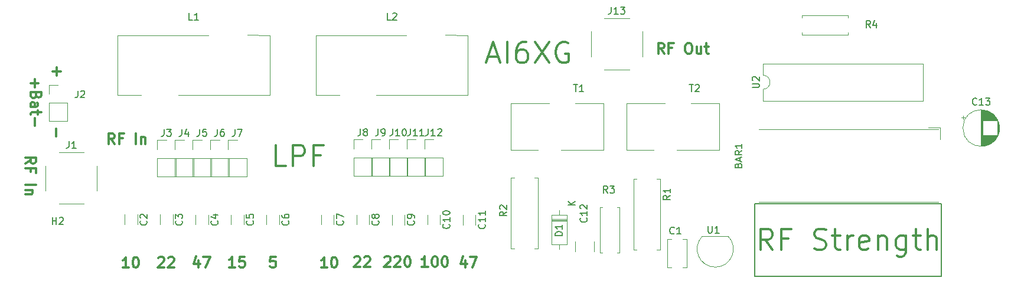
<source format=gbr>
%TF.GenerationSoftware,KiCad,Pcbnew,(6.0.7)*%
%TF.CreationDate,2022-09-09T12:51:11-07:00*%
%TF.ProjectId,12AQ5_lpf_rfout,31324151-355f-46c7-9066-5f72666f7574,rev?*%
%TF.SameCoordinates,Original*%
%TF.FileFunction,Legend,Top*%
%TF.FilePolarity,Positive*%
%FSLAX46Y46*%
G04 Gerber Fmt 4.6, Leading zero omitted, Abs format (unit mm)*
G04 Created by KiCad (PCBNEW (6.0.7)) date 2022-09-09 12:51:11*
%MOMM*%
%LPD*%
G01*
G04 APERTURE LIST*
%ADD10C,0.200000*%
%ADD11C,0.300000*%
%ADD12C,0.150000*%
%ADD13C,0.120000*%
G04 APERTURE END LIST*
D10*
X196275000Y-103650000D02*
X223075000Y-103650000D01*
X223075000Y-103650000D02*
X223075000Y-114100000D01*
X223075000Y-114100000D02*
X196275000Y-114100000D01*
X196275000Y-114100000D02*
X196275000Y-103650000D01*
D11*
X183307142Y-82128571D02*
X182807142Y-81414285D01*
X182450000Y-82128571D02*
X182450000Y-80628571D01*
X183021428Y-80628571D01*
X183164285Y-80700000D01*
X183235714Y-80771428D01*
X183307142Y-80914285D01*
X183307142Y-81128571D01*
X183235714Y-81271428D01*
X183164285Y-81342857D01*
X183021428Y-81414285D01*
X182450000Y-81414285D01*
X184450000Y-81342857D02*
X183950000Y-81342857D01*
X183950000Y-82128571D02*
X183950000Y-80628571D01*
X184664285Y-80628571D01*
X186664285Y-80628571D02*
X186950000Y-80628571D01*
X187092857Y-80700000D01*
X187235714Y-80842857D01*
X187307142Y-81128571D01*
X187307142Y-81628571D01*
X187235714Y-81914285D01*
X187092857Y-82057142D01*
X186950000Y-82128571D01*
X186664285Y-82128571D01*
X186521428Y-82057142D01*
X186378571Y-81914285D01*
X186307142Y-81628571D01*
X186307142Y-81128571D01*
X186378571Y-80842857D01*
X186521428Y-80700000D01*
X186664285Y-80628571D01*
X188592857Y-81128571D02*
X188592857Y-82128571D01*
X187950000Y-81128571D02*
X187950000Y-81914285D01*
X188021428Y-82057142D01*
X188164285Y-82128571D01*
X188378571Y-82128571D01*
X188521428Y-82057142D01*
X188592857Y-81985714D01*
X189092857Y-81128571D02*
X189664285Y-81128571D01*
X189307142Y-80628571D02*
X189307142Y-81914285D01*
X189378571Y-82057142D01*
X189521428Y-82128571D01*
X189664285Y-82128571D01*
X95628571Y-84707142D02*
X96771428Y-84707142D01*
X96200000Y-85278571D02*
X96200000Y-84135714D01*
X143212857Y-111371428D02*
X143284285Y-111300000D01*
X143427142Y-111228571D01*
X143784285Y-111228571D01*
X143927142Y-111300000D01*
X143998571Y-111371428D01*
X144070000Y-111514285D01*
X144070000Y-111657142D01*
X143998571Y-111871428D01*
X143141428Y-112728571D01*
X144070000Y-112728571D01*
X144641428Y-111371428D02*
X144712857Y-111300000D01*
X144855714Y-111228571D01*
X145212857Y-111228571D01*
X145355714Y-111300000D01*
X145427142Y-111371428D01*
X145498571Y-111514285D01*
X145498571Y-111657142D01*
X145427142Y-111871428D01*
X144570000Y-112728571D01*
X145498571Y-112728571D01*
X146427142Y-111228571D02*
X146570000Y-111228571D01*
X146712857Y-111300000D01*
X146784285Y-111371428D01*
X146855714Y-111514285D01*
X146927142Y-111800000D01*
X146927142Y-112157142D01*
X146855714Y-112442857D01*
X146784285Y-112585714D01*
X146712857Y-112657142D01*
X146570000Y-112728571D01*
X146427142Y-112728571D01*
X146284285Y-112657142D01*
X146212857Y-112585714D01*
X146141428Y-112442857D01*
X146070000Y-112157142D01*
X146070000Y-111800000D01*
X146141428Y-111514285D01*
X146212857Y-111371428D01*
X146284285Y-111300000D01*
X146427142Y-111228571D01*
X104514285Y-95078571D02*
X104014285Y-94364285D01*
X103657142Y-95078571D02*
X103657142Y-93578571D01*
X104228571Y-93578571D01*
X104371428Y-93650000D01*
X104442857Y-93721428D01*
X104514285Y-93864285D01*
X104514285Y-94078571D01*
X104442857Y-94221428D01*
X104371428Y-94292857D01*
X104228571Y-94364285D01*
X103657142Y-94364285D01*
X105657142Y-94292857D02*
X105157142Y-94292857D01*
X105157142Y-95078571D02*
X105157142Y-93578571D01*
X105871428Y-93578571D01*
X107585714Y-95078571D02*
X107585714Y-93578571D01*
X108300000Y-94078571D02*
X108300000Y-95078571D01*
X108300000Y-94221428D02*
X108371428Y-94150000D01*
X108514285Y-94078571D01*
X108728571Y-94078571D01*
X108871428Y-94150000D01*
X108942857Y-94292857D01*
X108942857Y-95078571D01*
X198821428Y-110257142D02*
X197821428Y-108828571D01*
X197107142Y-110257142D02*
X197107142Y-107257142D01*
X198250000Y-107257142D01*
X198535714Y-107400000D01*
X198678571Y-107542857D01*
X198821428Y-107828571D01*
X198821428Y-108257142D01*
X198678571Y-108542857D01*
X198535714Y-108685714D01*
X198250000Y-108828571D01*
X197107142Y-108828571D01*
X201107142Y-108685714D02*
X200107142Y-108685714D01*
X200107142Y-110257142D02*
X200107142Y-107257142D01*
X201535714Y-107257142D01*
X204821428Y-110114285D02*
X205250000Y-110257142D01*
X205964285Y-110257142D01*
X206250000Y-110114285D01*
X206392857Y-109971428D01*
X206535714Y-109685714D01*
X206535714Y-109400000D01*
X206392857Y-109114285D01*
X206250000Y-108971428D01*
X205964285Y-108828571D01*
X205392857Y-108685714D01*
X205107142Y-108542857D01*
X204964285Y-108400000D01*
X204821428Y-108114285D01*
X204821428Y-107828571D01*
X204964285Y-107542857D01*
X205107142Y-107400000D01*
X205392857Y-107257142D01*
X206107142Y-107257142D01*
X206535714Y-107400000D01*
X207392857Y-108257142D02*
X208535714Y-108257142D01*
X207821428Y-107257142D02*
X207821428Y-109828571D01*
X207964285Y-110114285D01*
X208250000Y-110257142D01*
X208535714Y-110257142D01*
X209535714Y-110257142D02*
X209535714Y-108257142D01*
X209535714Y-108828571D02*
X209678571Y-108542857D01*
X209821428Y-108400000D01*
X210107142Y-108257142D01*
X210392857Y-108257142D01*
X212535714Y-110114285D02*
X212250000Y-110257142D01*
X211678571Y-110257142D01*
X211392857Y-110114285D01*
X211250000Y-109828571D01*
X211250000Y-108685714D01*
X211392857Y-108400000D01*
X211678571Y-108257142D01*
X212250000Y-108257142D01*
X212535714Y-108400000D01*
X212678571Y-108685714D01*
X212678571Y-108971428D01*
X211250000Y-109257142D01*
X213964285Y-108257142D02*
X213964285Y-110257142D01*
X213964285Y-108542857D02*
X214107142Y-108400000D01*
X214392857Y-108257142D01*
X214821428Y-108257142D01*
X215107142Y-108400000D01*
X215250000Y-108685714D01*
X215250000Y-110257142D01*
X217964285Y-108257142D02*
X217964285Y-110685714D01*
X217821428Y-110971428D01*
X217678571Y-111114285D01*
X217392857Y-111257142D01*
X216964285Y-111257142D01*
X216678571Y-111114285D01*
X217964285Y-110114285D02*
X217678571Y-110257142D01*
X217107142Y-110257142D01*
X216821428Y-110114285D01*
X216678571Y-109971428D01*
X216535714Y-109685714D01*
X216535714Y-108828571D01*
X216678571Y-108542857D01*
X216821428Y-108400000D01*
X217107142Y-108257142D01*
X217678571Y-108257142D01*
X217964285Y-108400000D01*
X218964285Y-108257142D02*
X220107142Y-108257142D01*
X219392857Y-107257142D02*
X219392857Y-109828571D01*
X219535714Y-110114285D01*
X219821428Y-110257142D01*
X220107142Y-110257142D01*
X221107142Y-110257142D02*
X221107142Y-107257142D01*
X222392857Y-110257142D02*
X222392857Y-108685714D01*
X222250000Y-108400000D01*
X221964285Y-108257142D01*
X221535714Y-108257142D01*
X221250000Y-108400000D01*
X221107142Y-108542857D01*
X110777142Y-111421428D02*
X110848571Y-111350000D01*
X110991428Y-111278571D01*
X111348571Y-111278571D01*
X111491428Y-111350000D01*
X111562857Y-111421428D01*
X111634285Y-111564285D01*
X111634285Y-111707142D01*
X111562857Y-111921428D01*
X110705714Y-112778571D01*
X111634285Y-112778571D01*
X112205714Y-111421428D02*
X112277142Y-111350000D01*
X112420000Y-111278571D01*
X112777142Y-111278571D01*
X112920000Y-111350000D01*
X112991428Y-111421428D01*
X113062857Y-111564285D01*
X113062857Y-111707142D01*
X112991428Y-111921428D01*
X112134285Y-112778571D01*
X113062857Y-112778571D01*
X158064285Y-82600000D02*
X159492857Y-82600000D01*
X157778571Y-83457142D02*
X158778571Y-80457142D01*
X159778571Y-83457142D01*
X160778571Y-83457142D02*
X160778571Y-80457142D01*
X163492857Y-80457142D02*
X162921428Y-80457142D01*
X162635714Y-80600000D01*
X162492857Y-80742857D01*
X162207142Y-81171428D01*
X162064285Y-81742857D01*
X162064285Y-82885714D01*
X162207142Y-83171428D01*
X162350000Y-83314285D01*
X162635714Y-83457142D01*
X163207142Y-83457142D01*
X163492857Y-83314285D01*
X163635714Y-83171428D01*
X163778571Y-82885714D01*
X163778571Y-82171428D01*
X163635714Y-81885714D01*
X163492857Y-81742857D01*
X163207142Y-81600000D01*
X162635714Y-81600000D01*
X162350000Y-81742857D01*
X162207142Y-81885714D01*
X162064285Y-82171428D01*
X164778571Y-80457142D02*
X166778571Y-83457142D01*
X166778571Y-80457142D02*
X164778571Y-83457142D01*
X169492857Y-80600000D02*
X169207142Y-80457142D01*
X168778571Y-80457142D01*
X168350000Y-80600000D01*
X168064285Y-80885714D01*
X167921428Y-81171428D01*
X167778571Y-81742857D01*
X167778571Y-82171428D01*
X167921428Y-82742857D01*
X168064285Y-83028571D01*
X168350000Y-83314285D01*
X168778571Y-83457142D01*
X169064285Y-83457142D01*
X169492857Y-83314285D01*
X169635714Y-83171428D01*
X169635714Y-82171428D01*
X169064285Y-82171428D01*
X96142857Y-92878571D02*
X96142857Y-94021428D01*
X93042857Y-85792857D02*
X93042857Y-86935714D01*
X92471428Y-86364285D02*
X93614285Y-86364285D01*
X93257142Y-88150000D02*
X93185714Y-88364285D01*
X93114285Y-88435714D01*
X92971428Y-88507142D01*
X92757142Y-88507142D01*
X92614285Y-88435714D01*
X92542857Y-88364285D01*
X92471428Y-88221428D01*
X92471428Y-87650000D01*
X93971428Y-87650000D01*
X93971428Y-88150000D01*
X93900000Y-88292857D01*
X93828571Y-88364285D01*
X93685714Y-88435714D01*
X93542857Y-88435714D01*
X93400000Y-88364285D01*
X93328571Y-88292857D01*
X93257142Y-88150000D01*
X93257142Y-87650000D01*
X92471428Y-89792857D02*
X93257142Y-89792857D01*
X93400000Y-89721428D01*
X93471428Y-89578571D01*
X93471428Y-89292857D01*
X93400000Y-89150000D01*
X92542857Y-89792857D02*
X92471428Y-89650000D01*
X92471428Y-89292857D01*
X92542857Y-89150000D01*
X92685714Y-89078571D01*
X92828571Y-89078571D01*
X92971428Y-89150000D01*
X93042857Y-89292857D01*
X93042857Y-89650000D01*
X93114285Y-89792857D01*
X93471428Y-90292857D02*
X93471428Y-90864285D01*
X93971428Y-90507142D02*
X92685714Y-90507142D01*
X92542857Y-90578571D01*
X92471428Y-90721428D01*
X92471428Y-90864285D01*
X93042857Y-91364285D02*
X93042857Y-92507142D01*
X149420000Y-112728571D02*
X148562857Y-112728571D01*
X148991428Y-112728571D02*
X148991428Y-111228571D01*
X148848571Y-111442857D01*
X148705714Y-111585714D01*
X148562857Y-111657142D01*
X150348571Y-111228571D02*
X150491428Y-111228571D01*
X150634285Y-111300000D01*
X150705714Y-111371428D01*
X150777142Y-111514285D01*
X150848571Y-111800000D01*
X150848571Y-112157142D01*
X150777142Y-112442857D01*
X150705714Y-112585714D01*
X150634285Y-112657142D01*
X150491428Y-112728571D01*
X150348571Y-112728571D01*
X150205714Y-112657142D01*
X150134285Y-112585714D01*
X150062857Y-112442857D01*
X149991428Y-112157142D01*
X149991428Y-111800000D01*
X150062857Y-111514285D01*
X150134285Y-111371428D01*
X150205714Y-111300000D01*
X150348571Y-111228571D01*
X151777142Y-111228571D02*
X151920000Y-111228571D01*
X152062857Y-111300000D01*
X152134285Y-111371428D01*
X152205714Y-111514285D01*
X152277142Y-111800000D01*
X152277142Y-112157142D01*
X152205714Y-112442857D01*
X152134285Y-112585714D01*
X152062857Y-112657142D01*
X151920000Y-112728571D01*
X151777142Y-112728571D01*
X151634285Y-112657142D01*
X151562857Y-112585714D01*
X151491428Y-112442857D01*
X151420000Y-112157142D01*
X151420000Y-111800000D01*
X151491428Y-111514285D01*
X151562857Y-111371428D01*
X151634285Y-111300000D01*
X151777142Y-111228571D01*
X106534285Y-112828571D02*
X105677142Y-112828571D01*
X106105714Y-112828571D02*
X106105714Y-111328571D01*
X105962857Y-111542857D01*
X105820000Y-111685714D01*
X105677142Y-111757142D01*
X107462857Y-111328571D02*
X107605714Y-111328571D01*
X107748571Y-111400000D01*
X107820000Y-111471428D01*
X107891428Y-111614285D01*
X107962857Y-111900000D01*
X107962857Y-112257142D01*
X107891428Y-112542857D01*
X107820000Y-112685714D01*
X107748571Y-112757142D01*
X107605714Y-112828571D01*
X107462857Y-112828571D01*
X107320000Y-112757142D01*
X107248571Y-112685714D01*
X107177142Y-112542857D01*
X107105714Y-112257142D01*
X107105714Y-111900000D01*
X107177142Y-111614285D01*
X107248571Y-111471428D01*
X107320000Y-111400000D01*
X107462857Y-111328571D01*
X134984285Y-112828571D02*
X134127142Y-112828571D01*
X134555714Y-112828571D02*
X134555714Y-111328571D01*
X134412857Y-111542857D01*
X134270000Y-111685714D01*
X134127142Y-111757142D01*
X135912857Y-111328571D02*
X136055714Y-111328571D01*
X136198571Y-111400000D01*
X136270000Y-111471428D01*
X136341428Y-111614285D01*
X136412857Y-111900000D01*
X136412857Y-112257142D01*
X136341428Y-112542857D01*
X136270000Y-112685714D01*
X136198571Y-112757142D01*
X136055714Y-112828571D01*
X135912857Y-112828571D01*
X135770000Y-112757142D01*
X135698571Y-112685714D01*
X135627142Y-112542857D01*
X135555714Y-112257142D01*
X135555714Y-111900000D01*
X135627142Y-111614285D01*
X135698571Y-111471428D01*
X135770000Y-111400000D01*
X135912857Y-111328571D01*
X116541428Y-111778571D02*
X116541428Y-112778571D01*
X116184285Y-111207142D02*
X115827142Y-112278571D01*
X116755714Y-112278571D01*
X117184285Y-111278571D02*
X118184285Y-111278571D01*
X117541428Y-112778571D01*
X91721428Y-97914285D02*
X92435714Y-97414285D01*
X91721428Y-97057142D02*
X93221428Y-97057142D01*
X93221428Y-97628571D01*
X93150000Y-97771428D01*
X93078571Y-97842857D01*
X92935714Y-97914285D01*
X92721428Y-97914285D01*
X92578571Y-97842857D01*
X92507142Y-97771428D01*
X92435714Y-97628571D01*
X92435714Y-97057142D01*
X92507142Y-99057142D02*
X92507142Y-98557142D01*
X91721428Y-98557142D02*
X93221428Y-98557142D01*
X93221428Y-99271428D01*
X91721428Y-100985714D02*
X93221428Y-100985714D01*
X92721428Y-101700000D02*
X91721428Y-101700000D01*
X92578571Y-101700000D02*
X92650000Y-101771428D01*
X92721428Y-101914285D01*
X92721428Y-102128571D01*
X92650000Y-102271428D01*
X92507142Y-102342857D01*
X91721428Y-102342857D01*
X121784285Y-112778571D02*
X120927142Y-112778571D01*
X121355714Y-112778571D02*
X121355714Y-111278571D01*
X121212857Y-111492857D01*
X121070000Y-111635714D01*
X120927142Y-111707142D01*
X123141428Y-111278571D02*
X122427142Y-111278571D01*
X122355714Y-111992857D01*
X122427142Y-111921428D01*
X122570000Y-111850000D01*
X122927142Y-111850000D01*
X123070000Y-111921428D01*
X123141428Y-111992857D01*
X123212857Y-112135714D01*
X123212857Y-112492857D01*
X123141428Y-112635714D01*
X123070000Y-112707142D01*
X122927142Y-112778571D01*
X122570000Y-112778571D01*
X122427142Y-112707142D01*
X122355714Y-112635714D01*
X127577142Y-111278571D02*
X126862857Y-111278571D01*
X126791428Y-111992857D01*
X126862857Y-111921428D01*
X127005714Y-111850000D01*
X127362857Y-111850000D01*
X127505714Y-111921428D01*
X127577142Y-111992857D01*
X127648571Y-112135714D01*
X127648571Y-112492857D01*
X127577142Y-112635714D01*
X127505714Y-112707142D01*
X127362857Y-112778571D01*
X127005714Y-112778571D01*
X126862857Y-112707142D01*
X126791428Y-112635714D01*
X129042857Y-98257142D02*
X127614285Y-98257142D01*
X127614285Y-95257142D01*
X130042857Y-98257142D02*
X130042857Y-95257142D01*
X131185714Y-95257142D01*
X131471428Y-95400000D01*
X131614285Y-95542857D01*
X131757142Y-95828571D01*
X131757142Y-96257142D01*
X131614285Y-96542857D01*
X131471428Y-96685714D01*
X131185714Y-96828571D01*
X130042857Y-96828571D01*
X134042857Y-96685714D02*
X133042857Y-96685714D01*
X133042857Y-98257142D02*
X133042857Y-95257142D01*
X134471428Y-95257142D01*
X154791428Y-111778571D02*
X154791428Y-112778571D01*
X154434285Y-111207142D02*
X154077142Y-112278571D01*
X155005714Y-112278571D01*
X155434285Y-111278571D02*
X156434285Y-111278571D01*
X155791428Y-112778571D01*
X138877142Y-111371428D02*
X138948571Y-111300000D01*
X139091428Y-111228571D01*
X139448571Y-111228571D01*
X139591428Y-111300000D01*
X139662857Y-111371428D01*
X139734285Y-111514285D01*
X139734285Y-111657142D01*
X139662857Y-111871428D01*
X138805714Y-112728571D01*
X139734285Y-112728571D01*
X140305714Y-111371428D02*
X140377142Y-111300000D01*
X140520000Y-111228571D01*
X140877142Y-111228571D01*
X141020000Y-111300000D01*
X141091428Y-111371428D01*
X141162857Y-111514285D01*
X141162857Y-111657142D01*
X141091428Y-111871428D01*
X140234285Y-112728571D01*
X141162857Y-112728571D01*
D12*
%TO.C,C2*%
X109059942Y-106099866D02*
X109107561Y-106147485D01*
X109155180Y-106290342D01*
X109155180Y-106385580D01*
X109107561Y-106528438D01*
X109012323Y-106623676D01*
X108917085Y-106671295D01*
X108726609Y-106718914D01*
X108583752Y-106718914D01*
X108393276Y-106671295D01*
X108298038Y-106623676D01*
X108202800Y-106528438D01*
X108155180Y-106385580D01*
X108155180Y-106290342D01*
X108202800Y-106147485D01*
X108250419Y-106099866D01*
X108250419Y-105718914D02*
X108202800Y-105671295D01*
X108155180Y-105576057D01*
X108155180Y-105337961D01*
X108202800Y-105242723D01*
X108250419Y-105195104D01*
X108345657Y-105147485D01*
X108440895Y-105147485D01*
X108583752Y-105195104D01*
X109155180Y-105766533D01*
X109155180Y-105147485D01*
%TO.C,C3*%
X114139942Y-106099866D02*
X114187561Y-106147485D01*
X114235180Y-106290342D01*
X114235180Y-106385580D01*
X114187561Y-106528438D01*
X114092323Y-106623676D01*
X113997085Y-106671295D01*
X113806609Y-106718914D01*
X113663752Y-106718914D01*
X113473276Y-106671295D01*
X113378038Y-106623676D01*
X113282800Y-106528438D01*
X113235180Y-106385580D01*
X113235180Y-106290342D01*
X113282800Y-106147485D01*
X113330419Y-106099866D01*
X113235180Y-105766533D02*
X113235180Y-105147485D01*
X113616133Y-105480819D01*
X113616133Y-105337961D01*
X113663752Y-105242723D01*
X113711371Y-105195104D01*
X113806609Y-105147485D01*
X114044704Y-105147485D01*
X114139942Y-105195104D01*
X114187561Y-105242723D01*
X114235180Y-105337961D01*
X114235180Y-105623676D01*
X114187561Y-105718914D01*
X114139942Y-105766533D01*
%TO.C,J9*%
X142296666Y-92922380D02*
X142296666Y-93636666D01*
X142249047Y-93779523D01*
X142153809Y-93874761D01*
X142010952Y-93922380D01*
X141915714Y-93922380D01*
X142820476Y-93922380D02*
X143010952Y-93922380D01*
X143106190Y-93874761D01*
X143153809Y-93827142D01*
X143249047Y-93684285D01*
X143296666Y-93493809D01*
X143296666Y-93112857D01*
X143249047Y-93017619D01*
X143201428Y-92970000D01*
X143106190Y-92922380D01*
X142915714Y-92922380D01*
X142820476Y-92970000D01*
X142772857Y-93017619D01*
X142725238Y-93112857D01*
X142725238Y-93350952D01*
X142772857Y-93446190D01*
X142820476Y-93493809D01*
X142915714Y-93541428D01*
X143106190Y-93541428D01*
X143201428Y-93493809D01*
X143249047Y-93446190D01*
X143296666Y-93350952D01*
%TO.C,U1*%
X189588095Y-106852380D02*
X189588095Y-107661904D01*
X189635714Y-107757142D01*
X189683333Y-107804761D01*
X189778571Y-107852380D01*
X189969047Y-107852380D01*
X190064285Y-107804761D01*
X190111904Y-107757142D01*
X190159523Y-107661904D01*
X190159523Y-106852380D01*
X191159523Y-107852380D02*
X190588095Y-107852380D01*
X190873809Y-107852380D02*
X190873809Y-106852380D01*
X190778571Y-106995238D01*
X190683333Y-107090476D01*
X190588095Y-107138095D01*
%TO.C,C13*%
X228102030Y-89407142D02*
X228054411Y-89454761D01*
X227911554Y-89502380D01*
X227816316Y-89502380D01*
X227673459Y-89454761D01*
X227578221Y-89359523D01*
X227530602Y-89264285D01*
X227482983Y-89073809D01*
X227482983Y-88930952D01*
X227530602Y-88740476D01*
X227578221Y-88645238D01*
X227673459Y-88550000D01*
X227816316Y-88502380D01*
X227911554Y-88502380D01*
X228054411Y-88550000D01*
X228102030Y-88597619D01*
X229054411Y-89502380D02*
X228482983Y-89502380D01*
X228768697Y-89502380D02*
X228768697Y-88502380D01*
X228673459Y-88645238D01*
X228578221Y-88740476D01*
X228482983Y-88788095D01*
X229387745Y-88502380D02*
X230006792Y-88502380D01*
X229673459Y-88883333D01*
X229816316Y-88883333D01*
X229911554Y-88930952D01*
X229959173Y-88978571D01*
X230006792Y-89073809D01*
X230006792Y-89311904D01*
X229959173Y-89407142D01*
X229911554Y-89454761D01*
X229816316Y-89502380D01*
X229530602Y-89502380D01*
X229435364Y-89454761D01*
X229387745Y-89407142D01*
%TO.C,C10*%
X152457142Y-106592857D02*
X152504761Y-106640476D01*
X152552380Y-106783333D01*
X152552380Y-106878571D01*
X152504761Y-107021428D01*
X152409523Y-107116666D01*
X152314285Y-107164285D01*
X152123809Y-107211904D01*
X151980952Y-107211904D01*
X151790476Y-107164285D01*
X151695238Y-107116666D01*
X151600000Y-107021428D01*
X151552380Y-106878571D01*
X151552380Y-106783333D01*
X151600000Y-106640476D01*
X151647619Y-106592857D01*
X152552380Y-105640476D02*
X152552380Y-106211904D01*
X152552380Y-105926190D02*
X151552380Y-105926190D01*
X151695238Y-106021428D01*
X151790476Y-106116666D01*
X151838095Y-106211904D01*
X151552380Y-105021428D02*
X151552380Y-104926190D01*
X151600000Y-104830952D01*
X151647619Y-104783333D01*
X151742857Y-104735714D01*
X151933333Y-104688095D01*
X152171428Y-104688095D01*
X152361904Y-104735714D01*
X152457142Y-104783333D01*
X152504761Y-104830952D01*
X152552380Y-104926190D01*
X152552380Y-105021428D01*
X152504761Y-105116666D01*
X152457142Y-105164285D01*
X152361904Y-105211904D01*
X152171428Y-105259523D01*
X151933333Y-105259523D01*
X151742857Y-105211904D01*
X151647619Y-105164285D01*
X151600000Y-105116666D01*
X151552380Y-105021428D01*
%TO.C,J6*%
X119226666Y-92972380D02*
X119226666Y-93686666D01*
X119179047Y-93829523D01*
X119083809Y-93924761D01*
X118940952Y-93972380D01*
X118845714Y-93972380D01*
X120131428Y-92972380D02*
X119940952Y-92972380D01*
X119845714Y-93020000D01*
X119798095Y-93067619D01*
X119702857Y-93210476D01*
X119655238Y-93400952D01*
X119655238Y-93781904D01*
X119702857Y-93877142D01*
X119750476Y-93924761D01*
X119845714Y-93972380D01*
X120036190Y-93972380D01*
X120131428Y-93924761D01*
X120179047Y-93877142D01*
X120226666Y-93781904D01*
X120226666Y-93543809D01*
X120179047Y-93448571D01*
X120131428Y-93400952D01*
X120036190Y-93353333D01*
X119845714Y-93353333D01*
X119750476Y-93400952D01*
X119702857Y-93448571D01*
X119655238Y-93543809D01*
%TO.C,J5*%
X116686666Y-92972380D02*
X116686666Y-93686666D01*
X116639047Y-93829523D01*
X116543809Y-93924761D01*
X116400952Y-93972380D01*
X116305714Y-93972380D01*
X117639047Y-92972380D02*
X117162857Y-92972380D01*
X117115238Y-93448571D01*
X117162857Y-93400952D01*
X117258095Y-93353333D01*
X117496190Y-93353333D01*
X117591428Y-93400952D01*
X117639047Y-93448571D01*
X117686666Y-93543809D01*
X117686666Y-93781904D01*
X117639047Y-93877142D01*
X117591428Y-93924761D01*
X117496190Y-93972380D01*
X117258095Y-93972380D01*
X117162857Y-93924761D01*
X117115238Y-93877142D01*
%TO.C,J7*%
X121766666Y-92972380D02*
X121766666Y-93686666D01*
X121719047Y-93829523D01*
X121623809Y-93924761D01*
X121480952Y-93972380D01*
X121385714Y-93972380D01*
X122147619Y-92972380D02*
X122814285Y-92972380D01*
X122385714Y-93972380D01*
%TO.C,R4*%
X212843333Y-78402380D02*
X212510000Y-77926190D01*
X212271904Y-78402380D02*
X212271904Y-77402380D01*
X212652857Y-77402380D01*
X212748095Y-77450000D01*
X212795714Y-77497619D01*
X212843333Y-77592857D01*
X212843333Y-77735714D01*
X212795714Y-77830952D01*
X212748095Y-77878571D01*
X212652857Y-77926190D01*
X212271904Y-77926190D01*
X213700476Y-77735714D02*
X213700476Y-78402380D01*
X213462380Y-77354761D02*
X213224285Y-78069047D01*
X213843333Y-78069047D01*
%TO.C,T1*%
X170312295Y-86585380D02*
X170883723Y-86585380D01*
X170598009Y-87585380D02*
X170598009Y-86585380D01*
X171740866Y-87585380D02*
X171169438Y-87585380D01*
X171455152Y-87585380D02*
X171455152Y-86585380D01*
X171359914Y-86728238D01*
X171264676Y-86823476D01*
X171169438Y-86871095D01*
%TO.C,C11*%
X157562642Y-106601757D02*
X157610261Y-106649376D01*
X157657880Y-106792233D01*
X157657880Y-106887471D01*
X157610261Y-107030328D01*
X157515023Y-107125566D01*
X157419785Y-107173185D01*
X157229309Y-107220804D01*
X157086452Y-107220804D01*
X156895976Y-107173185D01*
X156800738Y-107125566D01*
X156705500Y-107030328D01*
X156657880Y-106887471D01*
X156657880Y-106792233D01*
X156705500Y-106649376D01*
X156753119Y-106601757D01*
X157657880Y-105649376D02*
X157657880Y-106220804D01*
X157657880Y-105935090D02*
X156657880Y-105935090D01*
X156800738Y-106030328D01*
X156895976Y-106125566D01*
X156943595Y-106220804D01*
X157657880Y-104696995D02*
X157657880Y-105268423D01*
X157657880Y-104982709D02*
X156657880Y-104982709D01*
X156800738Y-105077947D01*
X156895976Y-105173185D01*
X156943595Y-105268423D01*
%TO.C,R3*%
X175183333Y-102102380D02*
X174850000Y-101626190D01*
X174611904Y-102102380D02*
X174611904Y-101102380D01*
X174992857Y-101102380D01*
X175088095Y-101150000D01*
X175135714Y-101197619D01*
X175183333Y-101292857D01*
X175183333Y-101435714D01*
X175135714Y-101530952D01*
X175088095Y-101578571D01*
X174992857Y-101626190D01*
X174611904Y-101626190D01*
X175516666Y-101102380D02*
X176135714Y-101102380D01*
X175802380Y-101483333D01*
X175945238Y-101483333D01*
X176040476Y-101530952D01*
X176088095Y-101578571D01*
X176135714Y-101673809D01*
X176135714Y-101911904D01*
X176088095Y-102007142D01*
X176040476Y-102054761D01*
X175945238Y-102102380D01*
X175659523Y-102102380D01*
X175564285Y-102054761D01*
X175516666Y-102007142D01*
%TO.C,C7*%
X137217142Y-106116666D02*
X137264761Y-106164285D01*
X137312380Y-106307142D01*
X137312380Y-106402380D01*
X137264761Y-106545238D01*
X137169523Y-106640476D01*
X137074285Y-106688095D01*
X136883809Y-106735714D01*
X136740952Y-106735714D01*
X136550476Y-106688095D01*
X136455238Y-106640476D01*
X136360000Y-106545238D01*
X136312380Y-106402380D01*
X136312380Y-106307142D01*
X136360000Y-106164285D01*
X136407619Y-106116666D01*
X136312380Y-105783333D02*
X136312380Y-105116666D01*
X137312380Y-105545238D01*
%TO.C,J2*%
X99216666Y-87452380D02*
X99216666Y-88166666D01*
X99169047Y-88309523D01*
X99073809Y-88404761D01*
X98930952Y-88452380D01*
X98835714Y-88452380D01*
X99645238Y-87547619D02*
X99692857Y-87500000D01*
X99788095Y-87452380D01*
X100026190Y-87452380D01*
X100121428Y-87500000D01*
X100169047Y-87547619D01*
X100216666Y-87642857D01*
X100216666Y-87738095D01*
X100169047Y-87880952D01*
X99597619Y-88452380D01*
X100216666Y-88452380D01*
%TO.C,D1*%
X168702380Y-108238095D02*
X167702380Y-108238095D01*
X167702380Y-108000000D01*
X167750000Y-107857142D01*
X167845238Y-107761904D01*
X167940476Y-107714285D01*
X168130952Y-107666666D01*
X168273809Y-107666666D01*
X168464285Y-107714285D01*
X168559523Y-107761904D01*
X168654761Y-107857142D01*
X168702380Y-108000000D01*
X168702380Y-108238095D01*
X168702380Y-106714285D02*
X168702380Y-107285714D01*
X168702380Y-107000000D02*
X167702380Y-107000000D01*
X167845238Y-107095238D01*
X167940476Y-107190476D01*
X167988095Y-107285714D01*
X170502380Y-103851904D02*
X169502380Y-103851904D01*
X170502380Y-103280476D02*
X169930952Y-103709047D01*
X169502380Y-103280476D02*
X170073809Y-103851904D01*
%TO.C,T2*%
X186912295Y-86585380D02*
X187483723Y-86585380D01*
X187198009Y-87585380D02*
X187198009Y-86585380D01*
X187769438Y-86680619D02*
X187817057Y-86633000D01*
X187912295Y-86585380D01*
X188150390Y-86585380D01*
X188245628Y-86633000D01*
X188293247Y-86680619D01*
X188340866Y-86775857D01*
X188340866Y-86871095D01*
X188293247Y-87013952D01*
X187721819Y-87585380D01*
X188340866Y-87585380D01*
%TO.C,U2*%
X195922380Y-87001904D02*
X196731904Y-87001904D01*
X196827142Y-86954285D01*
X196874761Y-86906666D01*
X196922380Y-86811428D01*
X196922380Y-86620952D01*
X196874761Y-86525714D01*
X196827142Y-86478095D01*
X196731904Y-86430476D01*
X195922380Y-86430476D01*
X196017619Y-86001904D02*
X195970000Y-85954285D01*
X195922380Y-85859047D01*
X195922380Y-85620952D01*
X195970000Y-85525714D01*
X196017619Y-85478095D01*
X196112857Y-85430476D01*
X196208095Y-85430476D01*
X196350952Y-85478095D01*
X196922380Y-86049523D01*
X196922380Y-85430476D01*
%TO.C,L1*%
X115683333Y-77307380D02*
X115207142Y-77307380D01*
X115207142Y-76307380D01*
X116540476Y-77307380D02*
X115969047Y-77307380D01*
X116254761Y-77307380D02*
X116254761Y-76307380D01*
X116159523Y-76450238D01*
X116064285Y-76545476D01*
X115969047Y-76593095D01*
%TO.C,C8*%
X142297142Y-106116666D02*
X142344761Y-106164285D01*
X142392380Y-106307142D01*
X142392380Y-106402380D01*
X142344761Y-106545238D01*
X142249523Y-106640476D01*
X142154285Y-106688095D01*
X141963809Y-106735714D01*
X141820952Y-106735714D01*
X141630476Y-106688095D01*
X141535238Y-106640476D01*
X141440000Y-106545238D01*
X141392380Y-106402380D01*
X141392380Y-106307142D01*
X141440000Y-106164285D01*
X141487619Y-106116666D01*
X141820952Y-105545238D02*
X141773333Y-105640476D01*
X141725714Y-105688095D01*
X141630476Y-105735714D01*
X141582857Y-105735714D01*
X141487619Y-105688095D01*
X141440000Y-105640476D01*
X141392380Y-105545238D01*
X141392380Y-105354761D01*
X141440000Y-105259523D01*
X141487619Y-105211904D01*
X141582857Y-105164285D01*
X141630476Y-105164285D01*
X141725714Y-105211904D01*
X141773333Y-105259523D01*
X141820952Y-105354761D01*
X141820952Y-105545238D01*
X141868571Y-105640476D01*
X141916190Y-105688095D01*
X142011428Y-105735714D01*
X142201904Y-105735714D01*
X142297142Y-105688095D01*
X142344761Y-105640476D01*
X142392380Y-105545238D01*
X142392380Y-105354761D01*
X142344761Y-105259523D01*
X142297142Y-105211904D01*
X142201904Y-105164285D01*
X142011428Y-105164285D01*
X141916190Y-105211904D01*
X141868571Y-105259523D01*
X141820952Y-105354761D01*
%TO.C,C4*%
X119227142Y-106116666D02*
X119274761Y-106164285D01*
X119322380Y-106307142D01*
X119322380Y-106402380D01*
X119274761Y-106545238D01*
X119179523Y-106640476D01*
X119084285Y-106688095D01*
X118893809Y-106735714D01*
X118750952Y-106735714D01*
X118560476Y-106688095D01*
X118465238Y-106640476D01*
X118370000Y-106545238D01*
X118322380Y-106402380D01*
X118322380Y-106307142D01*
X118370000Y-106164285D01*
X118417619Y-106116666D01*
X118655714Y-105259523D02*
X119322380Y-105259523D01*
X118274761Y-105497619D02*
X118989047Y-105735714D01*
X118989047Y-105116666D01*
%TO.C,H2*%
X95588095Y-106602380D02*
X95588095Y-105602380D01*
X95588095Y-106078571D02*
X96159523Y-106078571D01*
X96159523Y-106602380D02*
X96159523Y-105602380D01*
X96588095Y-105697619D02*
X96635714Y-105650000D01*
X96730952Y-105602380D01*
X96969047Y-105602380D01*
X97064285Y-105650000D01*
X97111904Y-105697619D01*
X97159523Y-105792857D01*
X97159523Y-105888095D01*
X97111904Y-106030952D01*
X96540476Y-106602380D01*
X97159523Y-106602380D01*
%TO.C,C12*%
X172157142Y-105692857D02*
X172204761Y-105740476D01*
X172252380Y-105883333D01*
X172252380Y-105978571D01*
X172204761Y-106121428D01*
X172109523Y-106216666D01*
X172014285Y-106264285D01*
X171823809Y-106311904D01*
X171680952Y-106311904D01*
X171490476Y-106264285D01*
X171395238Y-106216666D01*
X171300000Y-106121428D01*
X171252380Y-105978571D01*
X171252380Y-105883333D01*
X171300000Y-105740476D01*
X171347619Y-105692857D01*
X172252380Y-104740476D02*
X172252380Y-105311904D01*
X172252380Y-105026190D02*
X171252380Y-105026190D01*
X171395238Y-105121428D01*
X171490476Y-105216666D01*
X171538095Y-105311904D01*
X171347619Y-104359523D02*
X171300000Y-104311904D01*
X171252380Y-104216666D01*
X171252380Y-103978571D01*
X171300000Y-103883333D01*
X171347619Y-103835714D01*
X171442857Y-103788095D01*
X171538095Y-103788095D01*
X171680952Y-103835714D01*
X172252380Y-104407142D01*
X172252380Y-103788095D01*
%TO.C,L2*%
X144083333Y-77307380D02*
X143607142Y-77307380D01*
X143607142Y-76307380D01*
X144369047Y-76402619D02*
X144416666Y-76355000D01*
X144511904Y-76307380D01*
X144750000Y-76307380D01*
X144845238Y-76355000D01*
X144892857Y-76402619D01*
X144940476Y-76497857D01*
X144940476Y-76593095D01*
X144892857Y-76735952D01*
X144321428Y-77307380D01*
X144940476Y-77307380D01*
%TO.C,J8*%
X139756666Y-92922380D02*
X139756666Y-93636666D01*
X139709047Y-93779523D01*
X139613809Y-93874761D01*
X139470952Y-93922380D01*
X139375714Y-93922380D01*
X140375714Y-93350952D02*
X140280476Y-93303333D01*
X140232857Y-93255714D01*
X140185238Y-93160476D01*
X140185238Y-93112857D01*
X140232857Y-93017619D01*
X140280476Y-92970000D01*
X140375714Y-92922380D01*
X140566190Y-92922380D01*
X140661428Y-92970000D01*
X140709047Y-93017619D01*
X140756666Y-93112857D01*
X140756666Y-93160476D01*
X140709047Y-93255714D01*
X140661428Y-93303333D01*
X140566190Y-93350952D01*
X140375714Y-93350952D01*
X140280476Y-93398571D01*
X140232857Y-93446190D01*
X140185238Y-93541428D01*
X140185238Y-93731904D01*
X140232857Y-93827142D01*
X140280476Y-93874761D01*
X140375714Y-93922380D01*
X140566190Y-93922380D01*
X140661428Y-93874761D01*
X140709047Y-93827142D01*
X140756666Y-93731904D01*
X140756666Y-93541428D01*
X140709047Y-93446190D01*
X140661428Y-93398571D01*
X140566190Y-93350952D01*
%TO.C,J4*%
X114146666Y-92972380D02*
X114146666Y-93686666D01*
X114099047Y-93829523D01*
X114003809Y-93924761D01*
X113860952Y-93972380D01*
X113765714Y-93972380D01*
X115051428Y-93305714D02*
X115051428Y-93972380D01*
X114813333Y-92924761D02*
X114575238Y-93639047D01*
X115194285Y-93639047D01*
%TO.C,J13*%
X175690476Y-75452380D02*
X175690476Y-76166666D01*
X175642857Y-76309523D01*
X175547619Y-76404761D01*
X175404761Y-76452380D01*
X175309523Y-76452380D01*
X176690476Y-76452380D02*
X176119047Y-76452380D01*
X176404761Y-76452380D02*
X176404761Y-75452380D01*
X176309523Y-75595238D01*
X176214285Y-75690476D01*
X176119047Y-75738095D01*
X177023809Y-75452380D02*
X177642857Y-75452380D01*
X177309523Y-75833333D01*
X177452380Y-75833333D01*
X177547619Y-75880952D01*
X177595238Y-75928571D01*
X177642857Y-76023809D01*
X177642857Y-76261904D01*
X177595238Y-76357142D01*
X177547619Y-76404761D01*
X177452380Y-76452380D01*
X177166666Y-76452380D01*
X177071428Y-76404761D01*
X177023809Y-76357142D01*
%TO.C,C5*%
X124307142Y-106106666D02*
X124354761Y-106154285D01*
X124402380Y-106297142D01*
X124402380Y-106392380D01*
X124354761Y-106535238D01*
X124259523Y-106630476D01*
X124164285Y-106678095D01*
X123973809Y-106725714D01*
X123830952Y-106725714D01*
X123640476Y-106678095D01*
X123545238Y-106630476D01*
X123450000Y-106535238D01*
X123402380Y-106392380D01*
X123402380Y-106297142D01*
X123450000Y-106154285D01*
X123497619Y-106106666D01*
X123402380Y-105201904D02*
X123402380Y-105678095D01*
X123878571Y-105725714D01*
X123830952Y-105678095D01*
X123783333Y-105582857D01*
X123783333Y-105344761D01*
X123830952Y-105249523D01*
X123878571Y-105201904D01*
X123973809Y-105154285D01*
X124211904Y-105154285D01*
X124307142Y-105201904D01*
X124354761Y-105249523D01*
X124402380Y-105344761D01*
X124402380Y-105582857D01*
X124354761Y-105678095D01*
X124307142Y-105725714D01*
%TO.C,J12*%
X149440476Y-92922380D02*
X149440476Y-93636666D01*
X149392857Y-93779523D01*
X149297619Y-93874761D01*
X149154761Y-93922380D01*
X149059523Y-93922380D01*
X150440476Y-93922380D02*
X149869047Y-93922380D01*
X150154761Y-93922380D02*
X150154761Y-92922380D01*
X150059523Y-93065238D01*
X149964285Y-93160476D01*
X149869047Y-93208095D01*
X150821428Y-93017619D02*
X150869047Y-92970000D01*
X150964285Y-92922380D01*
X151202380Y-92922380D01*
X151297619Y-92970000D01*
X151345238Y-93017619D01*
X151392857Y-93112857D01*
X151392857Y-93208095D01*
X151345238Y-93350952D01*
X150773809Y-93922380D01*
X151392857Y-93922380D01*
%TO.C,BAR1*%
X193928571Y-98133333D02*
X193976190Y-97990476D01*
X194023809Y-97942857D01*
X194119047Y-97895238D01*
X194261904Y-97895238D01*
X194357142Y-97942857D01*
X194404761Y-97990476D01*
X194452380Y-98085714D01*
X194452380Y-98466666D01*
X193452380Y-98466666D01*
X193452380Y-98133333D01*
X193500000Y-98038095D01*
X193547619Y-97990476D01*
X193642857Y-97942857D01*
X193738095Y-97942857D01*
X193833333Y-97990476D01*
X193880952Y-98038095D01*
X193928571Y-98133333D01*
X193928571Y-98466666D01*
X194166666Y-97514285D02*
X194166666Y-97038095D01*
X194452380Y-97609523D02*
X193452380Y-97276190D01*
X194452380Y-96942857D01*
X194452380Y-96038095D02*
X193976190Y-96371428D01*
X194452380Y-96609523D02*
X193452380Y-96609523D01*
X193452380Y-96228571D01*
X193500000Y-96133333D01*
X193547619Y-96085714D01*
X193642857Y-96038095D01*
X193785714Y-96038095D01*
X193880952Y-96085714D01*
X193928571Y-96133333D01*
X193976190Y-96228571D01*
X193976190Y-96609523D01*
X194452380Y-95085714D02*
X194452380Y-95657142D01*
X194452380Y-95371428D02*
X193452380Y-95371428D01*
X193595238Y-95466666D01*
X193690476Y-95561904D01*
X193738095Y-95657142D01*
%TO.C,R2*%
X160702380Y-104816666D02*
X160226190Y-105150000D01*
X160702380Y-105388095D02*
X159702380Y-105388095D01*
X159702380Y-105007142D01*
X159750000Y-104911904D01*
X159797619Y-104864285D01*
X159892857Y-104816666D01*
X160035714Y-104816666D01*
X160130952Y-104864285D01*
X160178571Y-104911904D01*
X160226190Y-105007142D01*
X160226190Y-105388095D01*
X159797619Y-104435714D02*
X159750000Y-104388095D01*
X159702380Y-104292857D01*
X159702380Y-104054761D01*
X159750000Y-103959523D01*
X159797619Y-103911904D01*
X159892857Y-103864285D01*
X159988095Y-103864285D01*
X160130952Y-103911904D01*
X160702380Y-104483333D01*
X160702380Y-103864285D01*
%TO.C,J1*%
X97966666Y-94702380D02*
X97966666Y-95416666D01*
X97919047Y-95559523D01*
X97823809Y-95654761D01*
X97680952Y-95702380D01*
X97585714Y-95702380D01*
X98966666Y-95702380D02*
X98395238Y-95702380D01*
X98680952Y-95702380D02*
X98680952Y-94702380D01*
X98585714Y-94845238D01*
X98490476Y-94940476D01*
X98395238Y-94988095D01*
%TO.C,C9*%
X147377142Y-106125566D02*
X147424761Y-106173185D01*
X147472380Y-106316042D01*
X147472380Y-106411280D01*
X147424761Y-106554138D01*
X147329523Y-106649376D01*
X147234285Y-106696995D01*
X147043809Y-106744614D01*
X146900952Y-106744614D01*
X146710476Y-106696995D01*
X146615238Y-106649376D01*
X146520000Y-106554138D01*
X146472380Y-106411280D01*
X146472380Y-106316042D01*
X146520000Y-106173185D01*
X146567619Y-106125566D01*
X147472380Y-105649376D02*
X147472380Y-105458900D01*
X147424761Y-105363661D01*
X147377142Y-105316042D01*
X147234285Y-105220804D01*
X147043809Y-105173185D01*
X146662857Y-105173185D01*
X146567619Y-105220804D01*
X146520000Y-105268423D01*
X146472380Y-105363661D01*
X146472380Y-105554138D01*
X146520000Y-105649376D01*
X146567619Y-105696995D01*
X146662857Y-105744614D01*
X146900952Y-105744614D01*
X146996190Y-105696995D01*
X147043809Y-105649376D01*
X147091428Y-105554138D01*
X147091428Y-105363661D01*
X147043809Y-105268423D01*
X146996190Y-105220804D01*
X146900952Y-105173185D01*
%TO.C,J10*%
X144360476Y-92922380D02*
X144360476Y-93636666D01*
X144312857Y-93779523D01*
X144217619Y-93874761D01*
X144074761Y-93922380D01*
X143979523Y-93922380D01*
X145360476Y-93922380D02*
X144789047Y-93922380D01*
X145074761Y-93922380D02*
X145074761Y-92922380D01*
X144979523Y-93065238D01*
X144884285Y-93160476D01*
X144789047Y-93208095D01*
X145979523Y-92922380D02*
X146074761Y-92922380D01*
X146170000Y-92970000D01*
X146217619Y-93017619D01*
X146265238Y-93112857D01*
X146312857Y-93303333D01*
X146312857Y-93541428D01*
X146265238Y-93731904D01*
X146217619Y-93827142D01*
X146170000Y-93874761D01*
X146074761Y-93922380D01*
X145979523Y-93922380D01*
X145884285Y-93874761D01*
X145836666Y-93827142D01*
X145789047Y-93731904D01*
X145741428Y-93541428D01*
X145741428Y-93303333D01*
X145789047Y-93112857D01*
X145836666Y-93017619D01*
X145884285Y-92970000D01*
X145979523Y-92922380D01*
%TO.C,J3*%
X111606666Y-92972380D02*
X111606666Y-93686666D01*
X111559047Y-93829523D01*
X111463809Y-93924761D01*
X111320952Y-93972380D01*
X111225714Y-93972380D01*
X111987619Y-92972380D02*
X112606666Y-92972380D01*
X112273333Y-93353333D01*
X112416190Y-93353333D01*
X112511428Y-93400952D01*
X112559047Y-93448571D01*
X112606666Y-93543809D01*
X112606666Y-93781904D01*
X112559047Y-93877142D01*
X112511428Y-93924761D01*
X112416190Y-93972380D01*
X112130476Y-93972380D01*
X112035238Y-93924761D01*
X111987619Y-93877142D01*
%TO.C,R1*%
X184172380Y-102466666D02*
X183696190Y-102800000D01*
X184172380Y-103038095D02*
X183172380Y-103038095D01*
X183172380Y-102657142D01*
X183220000Y-102561904D01*
X183267619Y-102514285D01*
X183362857Y-102466666D01*
X183505714Y-102466666D01*
X183600952Y-102514285D01*
X183648571Y-102561904D01*
X183696190Y-102657142D01*
X183696190Y-103038095D01*
X184172380Y-101514285D02*
X184172380Y-102085714D01*
X184172380Y-101800000D02*
X183172380Y-101800000D01*
X183315238Y-101895238D01*
X183410476Y-101990476D01*
X183458095Y-102085714D01*
%TO.C,C6*%
X129387142Y-106106666D02*
X129434761Y-106154285D01*
X129482380Y-106297142D01*
X129482380Y-106392380D01*
X129434761Y-106535238D01*
X129339523Y-106630476D01*
X129244285Y-106678095D01*
X129053809Y-106725714D01*
X128910952Y-106725714D01*
X128720476Y-106678095D01*
X128625238Y-106630476D01*
X128530000Y-106535238D01*
X128482380Y-106392380D01*
X128482380Y-106297142D01*
X128530000Y-106154285D01*
X128577619Y-106106666D01*
X128482380Y-105249523D02*
X128482380Y-105440000D01*
X128530000Y-105535238D01*
X128577619Y-105582857D01*
X128720476Y-105678095D01*
X128910952Y-105725714D01*
X129291904Y-105725714D01*
X129387142Y-105678095D01*
X129434761Y-105630476D01*
X129482380Y-105535238D01*
X129482380Y-105344761D01*
X129434761Y-105249523D01*
X129387142Y-105201904D01*
X129291904Y-105154285D01*
X129053809Y-105154285D01*
X128958571Y-105201904D01*
X128910952Y-105249523D01*
X128863333Y-105344761D01*
X128863333Y-105535238D01*
X128910952Y-105630476D01*
X128958571Y-105678095D01*
X129053809Y-105725714D01*
%TO.C,C1*%
X184733333Y-107907142D02*
X184685714Y-107954761D01*
X184542857Y-108002380D01*
X184447619Y-108002380D01*
X184304761Y-107954761D01*
X184209523Y-107859523D01*
X184161904Y-107764285D01*
X184114285Y-107573809D01*
X184114285Y-107430952D01*
X184161904Y-107240476D01*
X184209523Y-107145238D01*
X184304761Y-107050000D01*
X184447619Y-107002380D01*
X184542857Y-107002380D01*
X184685714Y-107050000D01*
X184733333Y-107097619D01*
X185685714Y-108002380D02*
X185114285Y-108002380D01*
X185400000Y-108002380D02*
X185400000Y-107002380D01*
X185304761Y-107145238D01*
X185209523Y-107240476D01*
X185114285Y-107288095D01*
%TO.C,J11*%
X146900476Y-92922380D02*
X146900476Y-93636666D01*
X146852857Y-93779523D01*
X146757619Y-93874761D01*
X146614761Y-93922380D01*
X146519523Y-93922380D01*
X147900476Y-93922380D02*
X147329047Y-93922380D01*
X147614761Y-93922380D02*
X147614761Y-92922380D01*
X147519523Y-93065238D01*
X147424285Y-93160476D01*
X147329047Y-93208095D01*
X148852857Y-93922380D02*
X148281428Y-93922380D01*
X148567142Y-93922380D02*
X148567142Y-92922380D01*
X148471904Y-93065238D01*
X148376666Y-93160476D01*
X148281428Y-93208095D01*
D13*
%TO.C,C2*%
X105942800Y-105221948D02*
X105942800Y-106644452D01*
X107762800Y-105221948D02*
X107762800Y-106644452D01*
%TO.C,C3*%
X112842800Y-105221948D02*
X112842800Y-106644452D01*
X111022800Y-105221948D02*
X111022800Y-106644452D01*
%TO.C,J9*%
X143960000Y-97070000D02*
X143960000Y-99670000D01*
X141300000Y-97070000D02*
X143960000Y-97070000D01*
X141300000Y-94470000D02*
X142630000Y-94470000D01*
X141300000Y-99670000D02*
X143960000Y-99670000D01*
X141300000Y-95800000D02*
X141300000Y-94470000D01*
X141300000Y-97070000D02*
X141300000Y-99670000D01*
%TO.C,U1*%
X192420000Y-108300000D02*
X188820000Y-108300000D01*
X190620000Y-112750001D02*
G75*
G03*
X192458478Y-108311522I0J2600001D01*
G01*
X188781522Y-108311522D02*
G75*
G03*
X190620000Y-112750000I1838478J-1838478D01*
G01*
%TO.C,C13*%
X229545888Y-93840000D02*
X229545888Y-95255000D01*
X230425888Y-90829000D02*
X230425888Y-91760000D01*
X231025888Y-93840000D02*
X231025888Y-94051000D01*
X229505888Y-93840000D02*
X229505888Y-95268000D01*
X229144888Y-93840000D02*
X229144888Y-95350000D01*
X229665888Y-93840000D02*
X229665888Y-95214000D01*
X230345888Y-93840000D02*
X230345888Y-94835000D01*
X230985888Y-91481000D02*
X230985888Y-91760000D01*
X228824888Y-90221000D02*
X228824888Y-95379000D01*
X230545888Y-93840000D02*
X230545888Y-94664000D01*
X230705888Y-93840000D02*
X230705888Y-94499000D01*
X229705888Y-93840000D02*
X229705888Y-95198000D01*
X229985888Y-90532000D02*
X229985888Y-91760000D01*
X230265888Y-90705000D02*
X230265888Y-91760000D01*
X230105888Y-93840000D02*
X230105888Y-95000000D01*
X230465888Y-93840000D02*
X230465888Y-94737000D01*
X230705888Y-91101000D02*
X230705888Y-91760000D01*
X229104888Y-90244000D02*
X229104888Y-91760000D01*
X229064888Y-90239000D02*
X229064888Y-91760000D01*
X229625888Y-93840000D02*
X229625888Y-95228000D01*
X229224888Y-90264000D02*
X229224888Y-91760000D01*
X230185888Y-93840000D02*
X230185888Y-94949000D01*
X226190113Y-91075000D02*
X226190113Y-91575000D01*
X225940113Y-91325000D02*
X226440113Y-91325000D01*
X231225888Y-91995000D02*
X231225888Y-93605000D01*
X230745888Y-91147000D02*
X230745888Y-91760000D01*
X230145888Y-93840000D02*
X230145888Y-94975000D01*
X230665888Y-93840000D02*
X230665888Y-94543000D01*
X229785888Y-90435000D02*
X229785888Y-91760000D01*
X230785888Y-93840000D02*
X230785888Y-94405000D01*
X229865888Y-90471000D02*
X229865888Y-91760000D01*
X231305888Y-92282000D02*
X231305888Y-93318000D01*
X230425888Y-93840000D02*
X230425888Y-94771000D01*
X230465888Y-90863000D02*
X230465888Y-91760000D01*
X231025888Y-91549000D02*
X231025888Y-91760000D01*
X230825888Y-93840000D02*
X230825888Y-94354000D01*
X230065888Y-90576000D02*
X230065888Y-91760000D01*
X229785888Y-93840000D02*
X229785888Y-95165000D01*
X229144888Y-90250000D02*
X229144888Y-91760000D01*
X229545888Y-90345000D02*
X229545888Y-91760000D01*
X229304888Y-93840000D02*
X229304888Y-95320000D01*
X229384888Y-93840000D02*
X229384888Y-95301000D01*
X230745888Y-93840000D02*
X230745888Y-94453000D01*
X229945888Y-93840000D02*
X229945888Y-95090000D01*
X230105888Y-90600000D02*
X230105888Y-91760000D01*
X230625888Y-93840000D02*
X230625888Y-94585000D01*
X229304888Y-90280000D02*
X229304888Y-91760000D01*
X230065888Y-93840000D02*
X230065888Y-95024000D01*
X230585888Y-93840000D02*
X230585888Y-94626000D01*
X229585888Y-90358000D02*
X229585888Y-91760000D01*
X230585888Y-90974000D02*
X230585888Y-91760000D01*
X228984888Y-90231000D02*
X228984888Y-91760000D01*
X229264888Y-93840000D02*
X229264888Y-95328000D01*
X230025888Y-93840000D02*
X230025888Y-95047000D01*
X230825888Y-91246000D02*
X230825888Y-91760000D01*
X231105888Y-91702000D02*
X231105888Y-93898000D01*
X229384888Y-90299000D02*
X229384888Y-91760000D01*
X230345888Y-90765000D02*
X230345888Y-91760000D01*
X230785888Y-91195000D02*
X230785888Y-91760000D01*
X231345888Y-92516000D02*
X231345888Y-93084000D01*
X230225888Y-90678000D02*
X230225888Y-91760000D01*
X230145888Y-90625000D02*
X230145888Y-91760000D01*
X230905888Y-93840000D02*
X230905888Y-94243000D01*
X230385888Y-93840000D02*
X230385888Y-94804000D01*
X230185888Y-90651000D02*
X230185888Y-91760000D01*
X229665888Y-90386000D02*
X229665888Y-91760000D01*
X229585888Y-93840000D02*
X229585888Y-95242000D01*
X228864888Y-90222000D02*
X228864888Y-95378000D01*
X229024888Y-93840000D02*
X229024888Y-95365000D01*
X229825888Y-93840000D02*
X229825888Y-95148000D01*
X230865888Y-91300000D02*
X230865888Y-91760000D01*
X229705888Y-90402000D02*
X229705888Y-91760000D01*
X230905888Y-91357000D02*
X230905888Y-91760000D01*
X229344888Y-90289000D02*
X229344888Y-91760000D01*
X229945888Y-90510000D02*
X229945888Y-91760000D01*
X230625888Y-91015000D02*
X230625888Y-91760000D01*
X228984888Y-93840000D02*
X228984888Y-95369000D01*
X228904888Y-90224000D02*
X228904888Y-95376000D01*
X229344888Y-93840000D02*
X229344888Y-95311000D01*
X228944888Y-90227000D02*
X228944888Y-95373000D01*
X229064888Y-93840000D02*
X229064888Y-95361000D01*
X229424888Y-93840000D02*
X229424888Y-95291000D01*
X229264888Y-90272000D02*
X229264888Y-91760000D01*
X231145888Y-91789000D02*
X231145888Y-93811000D01*
X231185888Y-91885000D02*
X231185888Y-93715000D01*
X230945888Y-91417000D02*
X230945888Y-91760000D01*
X229505888Y-90332000D02*
X229505888Y-91760000D01*
X229224888Y-93840000D02*
X229224888Y-95336000D01*
X229905888Y-90490000D02*
X229905888Y-91760000D01*
X229745888Y-93840000D02*
X229745888Y-95182000D01*
X229104888Y-93840000D02*
X229104888Y-95356000D01*
X230305888Y-90735000D02*
X230305888Y-91760000D01*
X231265888Y-92123000D02*
X231265888Y-93477000D01*
X230225888Y-93840000D02*
X230225888Y-94922000D01*
X230945888Y-93840000D02*
X230945888Y-94183000D01*
X229985888Y-93840000D02*
X229985888Y-95068000D01*
X229825888Y-90452000D02*
X229825888Y-91760000D01*
X229865888Y-93840000D02*
X229865888Y-95129000D01*
X229184888Y-93840000D02*
X229184888Y-95343000D01*
X230305888Y-93840000D02*
X230305888Y-94865000D01*
X229424888Y-90309000D02*
X229424888Y-91760000D01*
X229465888Y-93840000D02*
X229465888Y-95280000D01*
X230505888Y-90899000D02*
X230505888Y-91760000D01*
X229024888Y-90235000D02*
X229024888Y-91760000D01*
X228744888Y-90220000D02*
X228744888Y-95380000D01*
X230545888Y-90936000D02*
X230545888Y-91760000D01*
X230265888Y-93840000D02*
X230265888Y-94895000D01*
X229184888Y-90257000D02*
X229184888Y-91760000D01*
X230025888Y-90553000D02*
X230025888Y-91760000D01*
X230985888Y-93840000D02*
X230985888Y-94119000D01*
X230505888Y-93840000D02*
X230505888Y-94701000D01*
X229625888Y-90372000D02*
X229625888Y-91760000D01*
X228784888Y-90220000D02*
X228784888Y-95380000D01*
X229905888Y-93840000D02*
X229905888Y-95110000D01*
X230665888Y-91057000D02*
X230665888Y-91760000D01*
X231065888Y-91622000D02*
X231065888Y-93978000D01*
X230385888Y-90796000D02*
X230385888Y-91760000D01*
X229745888Y-90418000D02*
X229745888Y-91760000D01*
X229465888Y-90320000D02*
X229465888Y-91760000D01*
X230865888Y-93840000D02*
X230865888Y-94300000D01*
X231364888Y-92800000D02*
G75*
G03*
X231364888Y-92800000I-2620000J0D01*
G01*
%TO.C,C10*%
X149340000Y-105238748D02*
X149340000Y-106661252D01*
X151160000Y-105238748D02*
X151160000Y-106661252D01*
%TO.C,J6*%
X118230000Y-94520000D02*
X119560000Y-94520000D01*
X118230000Y-95850000D02*
X118230000Y-94520000D01*
X118230000Y-97120000D02*
X118230000Y-99720000D01*
X118230000Y-97120000D02*
X120890000Y-97120000D01*
X120890000Y-97120000D02*
X120890000Y-99720000D01*
X118230000Y-99720000D02*
X120890000Y-99720000D01*
%TO.C,J5*%
X115690000Y-99720000D02*
X118350000Y-99720000D01*
X115690000Y-95850000D02*
X115690000Y-94520000D01*
X115690000Y-97120000D02*
X115690000Y-99720000D01*
X115690000Y-94520000D02*
X117020000Y-94520000D01*
X115690000Y-97120000D02*
X118350000Y-97120000D01*
X118350000Y-97120000D02*
X118350000Y-99720000D01*
%TO.C,J7*%
X120770000Y-95850000D02*
X120770000Y-94520000D01*
X120770000Y-99720000D02*
X123430000Y-99720000D01*
X120770000Y-97120000D02*
X123430000Y-97120000D01*
X120770000Y-97120000D02*
X120770000Y-99720000D01*
X120770000Y-94520000D02*
X122100000Y-94520000D01*
X123430000Y-97120000D02*
X123430000Y-99720000D01*
%TO.C,R4*%
X209630000Y-76680000D02*
X209630000Y-77010000D01*
X209630000Y-79420000D02*
X209630000Y-79090000D01*
X203090000Y-79420000D02*
X209630000Y-79420000D01*
X203090000Y-76680000D02*
X209630000Y-76680000D01*
X203090000Y-79090000D02*
X203090000Y-79420000D01*
X203090000Y-77010000D02*
X203090000Y-76680000D01*
%TO.C,T1*%
X174570000Y-89230000D02*
X174570000Y-95970000D01*
X161330000Y-95970000D02*
X165206800Y-95972200D01*
X161330000Y-89230000D02*
X166807000Y-89230000D01*
X161330000Y-89230000D02*
X161330000Y-95970000D01*
X170566200Y-89230000D02*
X174570000Y-89230000D01*
X168483400Y-95972200D02*
X174570000Y-95970000D01*
%TO.C,C11*%
X154445500Y-105247648D02*
X154445500Y-106670152D01*
X156265500Y-105247648D02*
X156265500Y-106670152D01*
%TO.C,R3*%
X174130000Y-104130000D02*
X174130000Y-110670000D01*
X174130000Y-110670000D02*
X174460000Y-110670000D01*
X176540000Y-104130000D02*
X176870000Y-104130000D01*
X176870000Y-104130000D02*
X176870000Y-110670000D01*
X176870000Y-110670000D02*
X176540000Y-110670000D01*
X174460000Y-104130000D02*
X174130000Y-104130000D01*
%TO.C,C7*%
X134100000Y-105238748D02*
X134100000Y-106661252D01*
X135920000Y-105238748D02*
X135920000Y-106661252D01*
%TO.C,J2*%
X95070000Y-86620000D02*
X96400000Y-86620000D01*
X97730000Y-89220000D02*
X97730000Y-91820000D01*
X95070000Y-89220000D02*
X97730000Y-89220000D01*
X95070000Y-91820000D02*
X97730000Y-91820000D01*
X95070000Y-87950000D02*
X95070000Y-86620000D01*
X95070000Y-89220000D02*
X95070000Y-91820000D01*
%TO.C,D1*%
X169370000Y-105880000D02*
X167130000Y-105880000D01*
X168250000Y-104630000D02*
X168250000Y-105280000D01*
X168250000Y-110170000D02*
X168250000Y-109520000D01*
X169370000Y-109520000D02*
X169370000Y-105280000D01*
X167130000Y-109520000D02*
X169370000Y-109520000D01*
X169370000Y-106120000D02*
X167130000Y-106120000D01*
X169370000Y-105280000D02*
X167130000Y-105280000D01*
X169370000Y-106000000D02*
X167130000Y-106000000D01*
X167130000Y-105280000D02*
X167130000Y-109520000D01*
%TO.C,T2*%
X185083400Y-95972200D02*
X191170000Y-95970000D01*
X177930000Y-89230000D02*
X177930000Y-95970000D01*
X177930000Y-95970000D02*
X181806800Y-95972200D01*
X191170000Y-89230000D02*
X191170000Y-95970000D01*
X177930000Y-89230000D02*
X183407000Y-89230000D01*
X187166200Y-89230000D02*
X191170000Y-89230000D01*
%TO.C,U2*%
X197470000Y-87240000D02*
X197470000Y-88890000D01*
X220450000Y-83590000D02*
X197470000Y-83590000D01*
X197470000Y-88890000D02*
X220450000Y-88890000D01*
X220450000Y-88890000D02*
X220450000Y-83590000D01*
X197470000Y-83590000D02*
X197470000Y-85240000D01*
X197470000Y-87240000D02*
G75*
G03*
X197470000Y-85240000I0J1000000D01*
G01*
%TO.C,L1*%
X126765000Y-79485000D02*
X126765000Y-88105000D01*
X113640200Y-88114000D02*
X126765000Y-88105000D01*
X104935000Y-79485000D02*
X104935000Y-88105000D01*
X104935000Y-88105000D02*
X108331600Y-88114000D01*
X123520800Y-79478000D02*
X126765000Y-79485000D01*
X104935000Y-79485000D02*
X117958200Y-79485000D01*
%TO.C,C8*%
X139180000Y-105238748D02*
X139180000Y-106661252D01*
X141000000Y-105238748D02*
X141000000Y-106661252D01*
%TO.C,C4*%
X117930000Y-105238748D02*
X117930000Y-106661252D01*
X116110000Y-105238748D02*
X116110000Y-106661252D01*
%TO.C,C12*%
X173260000Y-109088748D02*
X173260000Y-110511252D01*
X170540000Y-109088748D02*
X170540000Y-110511252D01*
%TO.C,L2*%
X155165000Y-79485000D02*
X155165000Y-88105000D01*
X133335000Y-79485000D02*
X133335000Y-88105000D01*
X133335000Y-79485000D02*
X146358200Y-79485000D01*
X151920800Y-79478000D02*
X155165000Y-79485000D01*
X142040200Y-88114000D02*
X155165000Y-88105000D01*
X133335000Y-88105000D02*
X136731600Y-88114000D01*
%TO.C,J8*%
X138760000Y-99670000D02*
X141420000Y-99670000D01*
X138760000Y-97070000D02*
X138760000Y-99670000D01*
X138760000Y-97070000D02*
X141420000Y-97070000D01*
X141420000Y-97070000D02*
X141420000Y-99670000D01*
X138760000Y-95800000D02*
X138760000Y-94470000D01*
X138760000Y-94470000D02*
X140090000Y-94470000D01*
%TO.C,J4*%
X113150000Y-97120000D02*
X115810000Y-97120000D01*
X113150000Y-94520000D02*
X114480000Y-94520000D01*
X115810000Y-97120000D02*
X115810000Y-99720000D01*
X113150000Y-99720000D02*
X115810000Y-99720000D01*
X113150000Y-95850000D02*
X113150000Y-94520000D01*
X113150000Y-97120000D02*
X113150000Y-99720000D01*
%TO.C,J13*%
X172820000Y-78950000D02*
X172820000Y-82550000D01*
X174700000Y-77070000D02*
X178300000Y-77070000D01*
X180180000Y-78950000D02*
X180180000Y-82550000D01*
X174700000Y-84430000D02*
X178300000Y-84430000D01*
%TO.C,C5*%
X121190000Y-105228748D02*
X121190000Y-106651252D01*
X123010000Y-105228748D02*
X123010000Y-106651252D01*
%TO.C,J12*%
X151580000Y-97070000D02*
X151580000Y-99670000D01*
X148920000Y-97070000D02*
X148920000Y-99670000D01*
X148920000Y-97070000D02*
X151580000Y-97070000D01*
X148920000Y-99670000D02*
X151580000Y-99670000D01*
X148920000Y-95800000D02*
X148920000Y-94470000D01*
X148920000Y-94470000D02*
X150250000Y-94470000D01*
%TO.C,BAR1*%
X222872500Y-94397500D02*
X222872500Y-92697500D01*
X222872500Y-92697500D02*
X221172500Y-92697500D01*
X196902500Y-92987500D02*
X222582500Y-92987500D01*
X222582500Y-103427500D02*
X196902500Y-103427500D01*
%TO.C,R2*%
X161810000Y-99930000D02*
X161330000Y-99930000D01*
X165170000Y-99930000D02*
X165170000Y-110070000D01*
X164690000Y-99930000D02*
X165170000Y-99930000D01*
X161330000Y-99930000D02*
X161330000Y-110070000D01*
X161330000Y-110070000D02*
X161810000Y-110070000D01*
X165170000Y-110070000D02*
X164690000Y-110070000D01*
%TO.C,J1*%
X101980000Y-98200000D02*
X101980000Y-101800000D01*
X96500000Y-103680000D02*
X100100000Y-103680000D01*
X94620000Y-98200000D02*
X94620000Y-101800000D01*
X96500000Y-96320000D02*
X100100000Y-96320000D01*
%TO.C,C9*%
X144260000Y-105247648D02*
X144260000Y-106670152D01*
X146080000Y-105247648D02*
X146080000Y-106670152D01*
%TO.C,J10*%
X143840000Y-99670000D02*
X146500000Y-99670000D01*
X143840000Y-95800000D02*
X143840000Y-94470000D01*
X143840000Y-97070000D02*
X143840000Y-99670000D01*
X143840000Y-97070000D02*
X146500000Y-97070000D01*
X146500000Y-97070000D02*
X146500000Y-99670000D01*
X143840000Y-94470000D02*
X145170000Y-94470000D01*
%TO.C,J3*%
X110610000Y-99720000D02*
X113270000Y-99720000D01*
X110610000Y-97120000D02*
X110610000Y-99720000D01*
X113270000Y-97120000D02*
X113270000Y-99720000D01*
X110610000Y-95850000D02*
X110610000Y-94520000D01*
X110610000Y-94520000D02*
X111940000Y-94520000D01*
X110610000Y-97120000D02*
X113270000Y-97120000D01*
%TO.C,R1*%
X182240000Y-100080000D02*
X182720000Y-100080000D01*
X182720000Y-110220000D02*
X182240000Y-110220000D01*
X182720000Y-100080000D02*
X182720000Y-110220000D01*
X178880000Y-100080000D02*
X178880000Y-110220000D01*
X178880000Y-110220000D02*
X179360000Y-110220000D01*
X179360000Y-100080000D02*
X178880000Y-100080000D01*
%TO.C,C6*%
X128090000Y-105228748D02*
X128090000Y-106651252D01*
X126270000Y-105228748D02*
X126270000Y-106651252D01*
%TO.C,C1*%
X186570000Y-108730000D02*
X185945000Y-108730000D01*
X186570000Y-108730000D02*
X186570000Y-112770000D01*
X184355000Y-112770000D02*
X183730000Y-112770000D01*
X184355000Y-108730000D02*
X183730000Y-108730000D01*
X183730000Y-108730000D02*
X183730000Y-112770000D01*
X186570000Y-112770000D02*
X185945000Y-112770000D01*
%TO.C,J11*%
X146380000Y-94470000D02*
X147710000Y-94470000D01*
X149040000Y-97070000D02*
X149040000Y-99670000D01*
X146380000Y-99670000D02*
X149040000Y-99670000D01*
X146380000Y-95800000D02*
X146380000Y-94470000D01*
X146380000Y-97070000D02*
X146380000Y-99670000D01*
X146380000Y-97070000D02*
X149040000Y-97070000D01*
%TD*%
M02*

</source>
